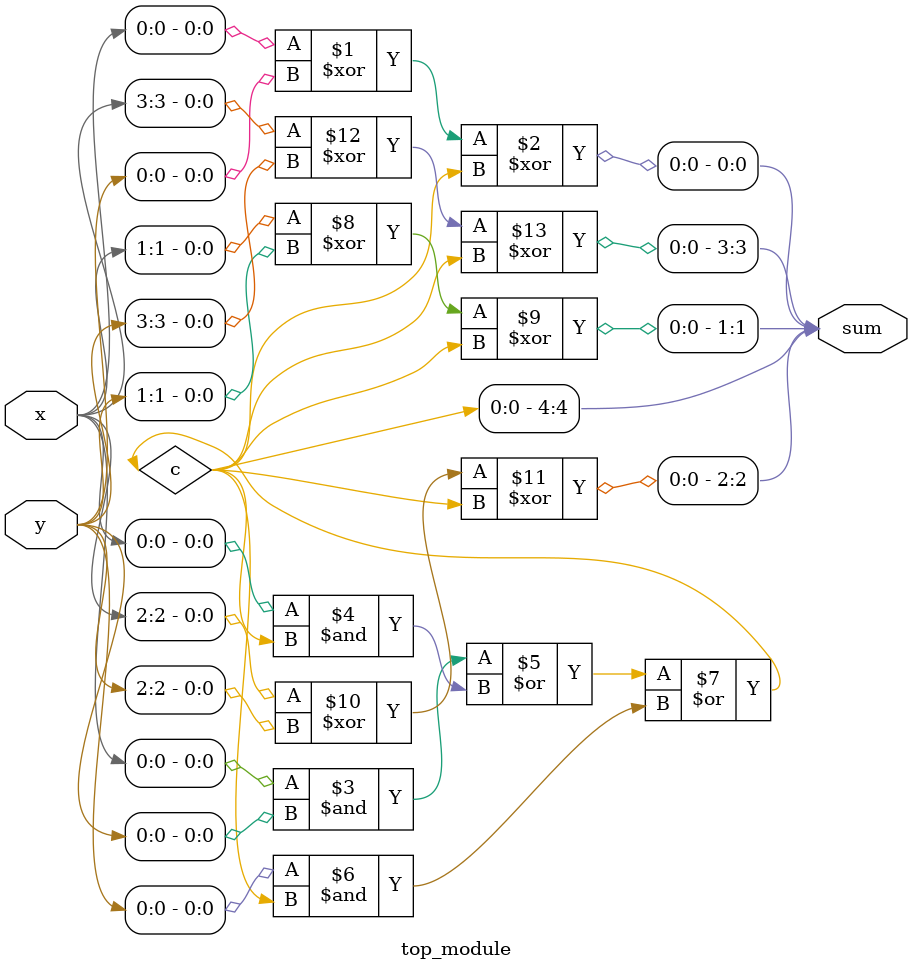
<source format=sv>
module top_module (
    input [3:0] x,
    input [3:0] y,
    output [4:0] sum
);

	// Internal signal to store the carry bit
	reg c;

	// Assign the LSB of the sum as the XOR of the LSBs of x, y, and carry
	assign sum[0] = x[0] ^ y[0] ^ c;

	// Generate the carry for the second bit of sum
	assign c = (x[0] & y[0]) | (x[0] & c) | (y[0] & c);

	// Assign the remaining bits of sum as the XOR of the corresponding bits of x, y, and carry
	assign sum[1] = x[1] ^ y[1] ^ c;
	assign sum[2] = x[2] ^ y[2] ^ c;
	assign sum[3] = x[3] ^ y[3] ^ c;
	assign sum[4] = c;

endmodule

</source>
